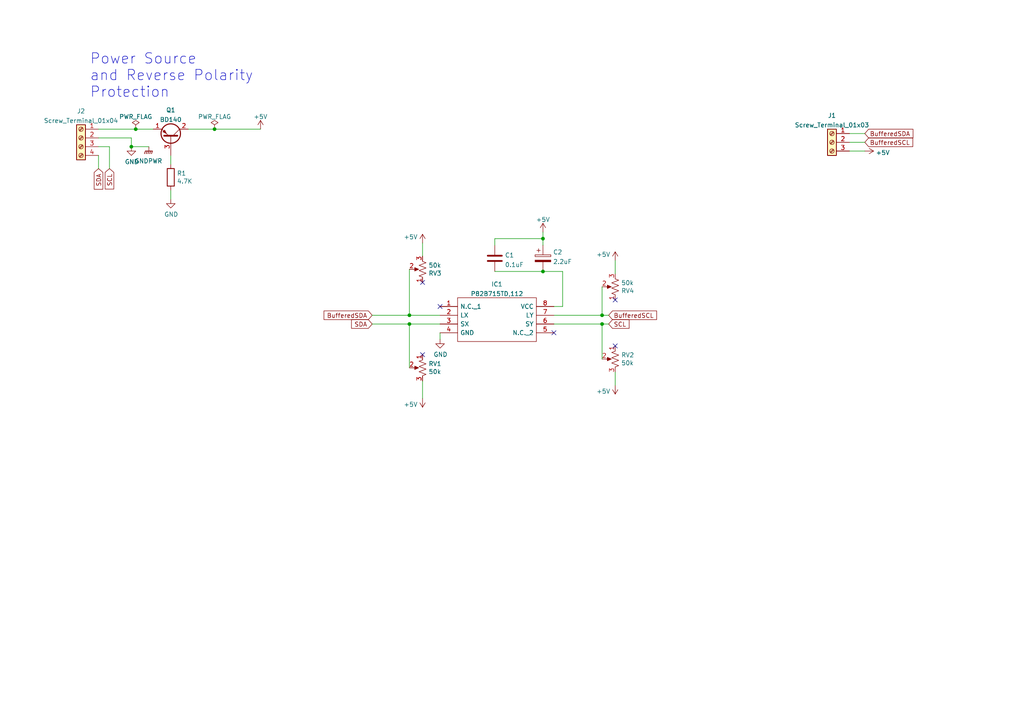
<source format=kicad_sch>
(kicad_sch (version 20211123) (generator eeschema)
  (paper "A4")
  (lib_symbols
    (symbol "Connector:Screw_Terminal_01x03" (pin_names (offset 1.016) hide)
      (property "Reference" "J" (at 0 5.08 0))
      (property "Value" "Screw_Terminal_01x03" (at 0 -5.08 0))
      (symbol "Screw_Terminal_01x03_1_1"
        (rectangle (start -1.27 3.81) (end 1.27 -3.81) (stroke (width 0.254)) (fill (type background)))
        (circle (center 0 -2.54) (radius 0.635) (stroke (width 0.1524)))
        (polyline (pts (xy -0.5334 -2.2098) (xy 0.3302 -3.048)) (stroke (width 0.1524)))
        (polyline (pts (xy -0.5334 0.3302) (xy 0.3302 -0.508)) (stroke (width 0.1524)))
        (polyline (pts (xy -0.5334 2.8702) (xy 0.3302 2.032)) (stroke (width 0.1524)))
        (polyline (pts (xy -0.3556 -2.032) (xy 0.508 -2.8702)) (stroke (width 0.1524)))
        (polyline (pts (xy -0.3556 0.508) (xy 0.508 -0.3302)) (stroke (width 0.1524)))
        (polyline (pts (xy -0.3556 3.048) (xy 0.508 2.2098)) (stroke (width 0.1524)))
        (circle (center 0 0) (radius 0.635) (stroke (width 0.1524)))
        (circle (center 0 2.54) (radius 0.635) (stroke (width 0.1524)))
        (pin passive line (at -5.08 2.54 0) (length 3.81) (name "Pin_1") (number "1"))
        (pin passive line (at -5.08 0 0) (length 3.81) (name "Pin_2") (number "2"))
        (pin passive line (at -5.08 -2.54 0) (length 3.81) (name "Pin_3") (number "3"))
      )
    )
    (symbol "Connector:Screw_Terminal_01x04" (pin_names (offset 1.016) hide)
      (property "Reference" "J" (at 0 5.08 0))
      (property "Value" "Screw_Terminal_01x04" (at 0 -7.62 0))
      (symbol "Screw_Terminal_01x04_1_1"
        (rectangle (start -1.27 3.81) (end 1.27 -6.35) (stroke (width 0.254)) (fill (type background)))
        (circle (center 0 -5.08) (radius 0.635) (stroke (width 0.1524)))
        (circle (center 0 -2.54) (radius 0.635) (stroke (width 0.1524)))
        (polyline (pts (xy -0.5334 -4.7498) (xy 0.3302 -5.588)) (stroke (width 0.1524)))
        (polyline (pts (xy -0.5334 -2.2098) (xy 0.3302 -3.048)) (stroke (width 0.1524)))
        (polyline (pts (xy -0.5334 0.3302) (xy 0.3302 -0.508)) (stroke (width 0.1524)))
        (polyline (pts (xy -0.5334 2.8702) (xy 0.3302 2.032)) (stroke (width 0.1524)))
        (polyline (pts (xy -0.3556 -4.572) (xy 0.508 -5.4102)) (stroke (width 0.1524)))
        (polyline (pts (xy -0.3556 -2.032) (xy 0.508 -2.8702)) (stroke (width 0.1524)))
        (polyline (pts (xy -0.3556 0.508) (xy 0.508 -0.3302)) (stroke (width 0.1524)))
        (polyline (pts (xy -0.3556 3.048) (xy 0.508 2.2098)) (stroke (width 0.1524)))
        (circle (center 0 0) (radius 0.635) (stroke (width 0.1524)))
        (circle (center 0 2.54) (radius 0.635) (stroke (width 0.1524)))
        (pin passive line (at -5.08 2.54 0) (length 3.81) (name "Pin_1") (number "1"))
        (pin passive line (at -5.08 0 0) (length 3.81) (name "Pin_2") (number "2"))
        (pin passive line (at -5.08 -2.54 0) (length 3.81) (name "Pin_3") (number "3"))
        (pin passive line (at -5.08 -5.08 0) (length 3.81) (name "Pin_4") (number "4"))
      )
    )
    (symbol "Device:C" (pin_numbers hide) (pin_names (offset 0.254))
      (property "Reference" "C" (at 0.635 2.54 0))
      (property "Value" "C" (at 0.635 -2.54 0))
      (symbol "C_0_1"
        (polyline (pts (xy -2.032 -0.762) (xy 2.032 -0.762)) (stroke (width 0.508)))
        (polyline (pts (xy -2.032 0.762) (xy 2.032 0.762)) (stroke (width 0.508)))
      )
      (symbol "C_1_1"
        (pin passive line (at 0 3.81 270) (length 2.794) (name "~") (number "1"))
        (pin passive line (at 0 -3.81 90) (length 2.794) (name "~") (number "2"))
      )
    )
    (symbol "Device:C_Polarized" (pin_numbers hide) (pin_names (offset 0.254))
      (property "Reference" "C" (at 0.635 2.54 0))
      (property "Value" "C_Polarized" (at 0.635 -2.54 0))
      (symbol "C_Polarized_0_1"
        (rectangle (start -2.286 0.508) (end 2.286 1.016))
        (polyline (pts (xy -1.778 2.286) (xy -0.762 2.286)))
        (polyline (pts (xy -1.27 2.794) (xy -1.27 1.778)))
        (rectangle (start 2.286 -0.508) (end -2.286 -1.016) (fill (type outline)))
      )
      (symbol "C_Polarized_1_1"
        (pin passive line (at 0 3.81 270) (length 2.794) (name "~") (number "1"))
        (pin passive line (at 0 -3.81 90) (length 2.794) (name "~") (number "2"))
      )
    )
    (symbol "Device:R" (pin_numbers hide) (pin_names (offset 0))
      (property "Reference" "R" (at 2.032 0 90))
      (property "Value" "R" (at 0 0 90))
      (symbol "R_0_1"
        (rectangle (start -1.016 -2.54) (end 1.016 2.54) (stroke (width 0.254)))
      )
      (symbol "R_1_1"
        (pin passive line (at 0 3.81 270) (length 1.27) (name "~") (number "1"))
        (pin passive line (at 0 -3.81 90) (length 1.27) (name "~") (number "2"))
      )
    )
    (symbol "Device:R_POT_US" (pin_names (offset 1.016) hide)
      (property "Reference" "RV" (at -4.445 0 90))
      (property "Value" "Device_R_POT_US" (at -2.54 0 90))
      (symbol "R_POT_US_0_1"
        (polyline (pts (xy 0 -2.286) (xy 0 -2.54)))
        (polyline (pts (xy 0 2.54) (xy 0 2.286)))
        (polyline (pts (xy 2.54 0) (xy 1.524 0)))
        (polyline (pts (xy 1.143 0) (xy 2.286 0.508) (xy 2.286 -0.508) (xy 1.143 0)) (fill (type outline)))
        (polyline (pts (xy 0 -0.762) (xy 1.016 -1.143) (xy 0 -1.524) (xy -1.016 -1.905) (xy 0 -2.286)))
        (polyline (pts (xy 0 0.762) (xy 1.016 0.381) (xy 0 0) (xy -1.016 -0.381) (xy 0 -0.762)))
        (polyline (pts (xy 0 2.286) (xy 1.016 1.905) (xy 0 1.524) (xy -1.016 1.143) (xy 0 0.762)))
      )
      (symbol "R_POT_US_1_1"
        (pin passive line (at 0 3.81 270) (length 1.27) (name "1") (number "1"))
        (pin passive line (at 3.81 0 180) (length 1.27) (name "2") (number "2"))
        (pin passive line (at 0 -3.81 90) (length 1.27) (name "3") (number "3"))
      )
    )
    (symbol "Samac_Sys:P82B715TD,112" (pin_names (offset 0.762))
      (property "Reference" "IC" (at 29.21 7.62 0))
      (property "Value" "P82B715TD,112" (at 29.21 5.08 0))
      (symbol "P82B715TD,112_0_0"
        (pin passive line (at 0 0 0) (length 5.08) (name "N.C._1") (number "1"))
        (pin passive line (at 0 -2.54 0) (length 5.08) (name "LX") (number "2"))
        (pin passive line (at 0 -5.08 0) (length 5.08) (name "SX") (number "3"))
        (pin passive line (at 0 -7.62 0) (length 5.08) (name "GND") (number "4"))
        (pin passive line (at 33.02 -7.62 180) (length 5.08) (name "N.C._2") (number "5"))
        (pin passive line (at 33.02 -5.08 180) (length 5.08) (name "SY") (number "6"))
        (pin passive line (at 33.02 -2.54 180) (length 5.08) (name "LY") (number "7"))
        (pin passive line (at 33.02 0 180) (length 5.08) (name "VCC") (number "8"))
      )
      (symbol "P82B715TD,112_0_1"
        (polyline (pts (xy 5.08 2.54) (xy 27.94 2.54) (xy 27.94 -10.16) (xy 5.08 -10.16) (xy 5.08 2.54)) (stroke (width 0.1524)))
      )
    )
    (symbol "Transistor_BJT:BD140" (pin_names (offset 0) hide)
      (property "Reference" "Q" (at 5.08 1.905 0))
      (property "Value" "BD140" (at 5.08 0 0))
      (symbol "BD140_0_1"
        (polyline (pts (xy 0 0) (xy 0.635 0)))
        (polyline (pts (xy 2.54 -2.54) (xy 0.635 -0.635)))
        (polyline (pts (xy 2.54 2.54) (xy 0.635 0.635)))
        (polyline (pts (xy 0.635 1.905) (xy 0.635 -1.905) (xy 0.635 -1.905)) (stroke (width 0.508)) (fill (type outline)))
        (polyline (pts (xy 1.778 -2.286) (xy 2.286 -1.778) (xy 1.27 -1.27) (xy 1.778 -2.286) (xy 1.778 -2.286)) (fill (type outline)))
        (circle (center 1.27 0) (radius 2.8194) (stroke (width 0.3048)))
      )
      (symbol "BD140_1_1"
        (pin passive line (at 2.54 -5.08 90) (length 2.54) (name "E") (number "1"))
        (pin passive line (at 2.54 5.08 270) (length 2.54) (name "C") (number "2"))
        (pin input line (at -5.08 0 0) (length 5.08) (name "B") (number "3"))
      )
    )
    (symbol "power:+5V" (power) (pin_names (offset 0))
      (property "Value" "+5V" (at 0 3.556 0))
      (symbol "+5V_0_1"
        (polyline (pts (xy -0.762 1.27) (xy 0 2.54)))
        (polyline (pts (xy 0 0) (xy 0 2.54)))
        (polyline (pts (xy 0 2.54) (xy 0.762 1.27)))
      )
      (symbol "+5V_1_1"
        (pin power_in line (at 0 0 90) (length 0) hide (name "+5V") (number "1"))
      )
    )
    (symbol "power:GND" (power) (pin_names (offset 0))
      (property "Value" "GND" (at 0 -3.81 0))
      (symbol "GND_0_1"
        (polyline (pts (xy 0 0) (xy 0 -1.27) (xy 1.27 -1.27) (xy 0 -2.54) (xy -1.27 -1.27) (xy 0 -1.27)))
      )
      (symbol "GND_1_1"
        (pin power_in line (at 0 0 270) (length 0) hide (name "GND") (number "1"))
      )
    )
    (symbol "power:GNDPWR" (power) (pin_names (offset 0))
      (property "Value" "GNDPWR" (at 0 -3.302 0))
      (symbol "GNDPWR_0_1"
        (polyline (pts (xy 0 -1.27) (xy 0 0)))
        (polyline (pts (xy -1.016 -1.27) (xy -1.27 -2.032) (xy -1.27 -2.032)) (stroke (width 0.2032)))
        (polyline (pts (xy -0.508 -1.27) (xy -0.762 -2.032) (xy -0.762 -2.032)) (stroke (width 0.2032)))
        (polyline (pts (xy 0 -1.27) (xy -0.254 -2.032) (xy -0.254 -2.032)) (stroke (width 0.2032)))
        (polyline (pts (xy 0.508 -1.27) (xy 0.254 -2.032) (xy 0.254 -2.032)) (stroke (width 0.2032)))
        (polyline (pts (xy 1.016 -1.27) (xy -1.016 -1.27) (xy -1.016 -1.27)) (stroke (width 0.2032)))
        (polyline (pts (xy 1.016 -1.27) (xy 0.762 -2.032) (xy 0.762 -2.032) (xy 0.762 -2.032)) (stroke (width 0.2032)))
      )
      (symbol "GNDPWR_1_1"
        (pin power_in line (at 0 0 270) (length 0) hide (name "GNDPWR") (number "1"))
      )
    )
    (symbol "power:PWR_FLAG" (power) (pin_numbers hide) (pin_names (offset 0) hide)
      (property "Value" "PWR_FLAG" (at 0 3.81 0))
      (symbol "PWR_FLAG_0_0"
        (pin power_out line (at 0 0 90) (length 0) (name "pwr") (number "1"))
      )
      (symbol "PWR_FLAG_0_1"
        (polyline (pts (xy 0 0) (xy 0 1.27) (xy -1.016 1.905) (xy 0 2.54) (xy 1.016 1.905) (xy 0 1.27)))
      )
    )
  )
  (junction (at 38.1 42.545))
  (junction (at 39.37 37.465))
  (junction (at 62.23 37.465))
  (junction (at 174.625 91.44))
  (junction (at 118.745 93.98))
  (junction (at 157.48 78.74))
  (junction (at 174.625 93.98))
  (junction (at 157.48 69.215))
  (junction (at 118.745 91.44))
  (no_connect (at 160.655 96.52))
  (no_connect (at 127.635 88.9))
  (no_connect (at 178.435 86.995))
  (no_connect (at 178.435 100.33))
  (no_connect (at 122.555 81.915))
  (no_connect (at 122.555 102.87))
  (wire (pts (xy 28.575 45.085) (xy 28.575 48.895)))
  (wire (pts (xy 143.51 69.215) (xy 157.48 69.215)))
  (wire (pts (xy 157.48 78.74) (xy 163.195 78.74)))
  (wire (pts (xy 127.635 96.52) (xy 127.635 98.425)))
  (wire (pts (xy 157.48 69.215) (xy 157.48 67.31)))
  (wire (pts (xy 31.75 42.545) (xy 28.575 42.545)))
  (wire (pts (xy 118.745 91.44) (xy 127.635 91.44)))
  (wire (pts (xy 174.625 93.98) (xy 176.53 93.98)))
  (wire (pts (xy 122.555 110.49) (xy 122.555 115.57)))
  (wire (pts (xy 246.38 43.815) (xy 250.825 43.815)))
  (wire (pts (xy 160.655 93.98) (xy 174.625 93.98)))
  (wire (pts (xy 178.435 79.375) (xy 178.435 75.565)))
  (wire (pts (xy 160.655 91.44) (xy 174.625 91.44)))
  (wire (pts (xy 49.53 47.625) (xy 49.53 45.085)))
  (wire (pts (xy 246.38 38.735) (xy 250.825 38.735)))
  (wire (pts (xy 107.95 91.44) (xy 118.745 91.44)))
  (wire (pts (xy 163.195 88.9) (xy 163.195 78.74)))
  (wire (pts (xy 54.61 37.465) (xy 62.23 37.465)))
  (wire (pts (xy 174.625 91.44) (xy 176.53 91.44)))
  (wire (pts (xy 246.38 41.275) (xy 250.825 41.275)))
  (wire (pts (xy 178.435 107.95) (xy 178.435 111.76)))
  (wire (pts (xy 174.625 83.185) (xy 174.625 91.44)))
  (wire (pts (xy 28.575 37.465) (xy 39.37 37.465)))
  (wire (pts (xy 143.51 69.215) (xy 143.51 71.12)))
  (wire (pts (xy 157.48 69.215) (xy 157.48 71.12)))
  (wire (pts (xy 143.51 78.74) (xy 157.48 78.74)))
  (wire (pts (xy 118.745 78.105) (xy 118.745 91.44)))
  (wire (pts (xy 31.75 48.895) (xy 31.75 42.545)))
  (wire (pts (xy 49.53 57.785) (xy 49.53 55.245)))
  (wire (pts (xy 122.555 74.295) (xy 122.555 70.485)))
  (wire (pts (xy 38.1 42.545) (xy 38.1 40.005)))
  (wire (pts (xy 107.95 93.98) (xy 118.745 93.98)))
  (wire (pts (xy 118.745 93.98) (xy 127.635 93.98)))
  (wire (pts (xy 160.655 88.9) (xy 163.195 88.9)))
  (wire (pts (xy 174.625 93.98) (xy 174.625 104.14)))
  (wire (pts (xy 62.23 37.465) (xy 75.565 37.465)))
  (wire (pts (xy 39.37 37.465) (xy 44.45 37.465)))
  (wire (pts (xy 38.1 42.545) (xy 43.18 42.545)))
  (wire (pts (xy 118.745 93.98) (xy 118.745 106.68)))
  (wire (pts (xy 28.575 40.005) (xy 38.1 40.005)))
  (text "Power Source \nand Reverse Polarity \nProtection" (at 26.035 28.575 0) (effects (font (size 3 3)) (justify left bottom)))
  (global_label "BufferedSDA" (shape input) (at 250.825 38.735 0) (property "Intersheet References" "${INTERSHEET_REFS}" (effects hide)))
  (global_label "SCL" (shape input) (at 31.75 48.895 270) (property "Intersheet References" "${INTERSHEET_REFS}" (effects hide)))
  (global_label "SDA" (shape input) (at 107.95 93.98 180) (property "Intersheet References" "${INTERSHEET_REFS}" (effects hide)))
  (global_label "BufferedSDA" (shape input) (at 107.95 91.44 180) (property "Intersheet References" "${INTERSHEET_REFS}" (effects hide)))
  (global_label "SCL" (shape input) (at 176.53 93.98 0) (property "Intersheet References" "${INTERSHEET_REFS}" (effects hide)))
  (global_label "BufferedSCL" (shape input) (at 250.825 41.275 0) (property "Intersheet References" "${INTERSHEET_REFS}" (effects hide)))
  (global_label "BufferedSCL" (shape input) (at 176.53 91.44 0) (property "Intersheet References" "${INTERSHEET_REFS}" (effects hide)))
  (global_label "SDA" (shape input) (at 28.575 48.895 270) (property "Intersheet References" "${INTERSHEET_REFS}" (effects hide)))
  (symbol (lib_id "Device:C") (at 143.51 74.93 0) (unit 1)
    (property "Reference" "C1" (at 146.431 74.0215 0) (effects (justify left)))
    (property "Value" "0.1uF" (at 146.431 76.7966 0) (effects (justify left)))
    (property "Footprint" "Capacitor_THT:C_Rect_L9.0mm_W3.6mm_P7.50mm_MKT" (effects hide))
  )
  (symbol (lib_id "Device:R") (at 49.53 51.435 0) (unit 1)
    (property "Reference" "R1" (at 51.308 50.2666 0) (effects (justify left)))
    (property "Value" "4.7K" (at 51.308 52.578 0) (effects (justify left)))
    (property "Footprint" "Resistor_THT:R_Axial_DIN0207_L6.3mm_D2.5mm_P2.54mm_Vertical" (effects hide))
  )
  (symbol (lib_id "Device:C_Polarized") (at 157.48 74.93 0) (unit 1)
    (property "Reference" "C2" (at 160.401 73.1325 0) (effects (justify left)))
    (property "Value" "2.2uF" (at 160.401 75.9076 0) (effects (justify left)))
    (property "Footprint" "Capacitor_THT:CP_Radial_D5.0mm_P2.50mm" (effects hide))
  )
  (symbol (lib_id "power:+5V") (at 250.825 43.815 270) (unit 1)
    (property "Reference" "#PWR07" (effects hide))
    (property "Value" "+5V" (at 254 44.294 90) (effects (justify left)))
  )
  (symbol (lib_id "Device:R_POT_US") (at 178.435 83.185 180) (unit 1)
    (property "Reference" "RV4" (at 180.1622 84.3534 0) (effects (justify right)))
    (property "Value" "50k" (at 180.1622 82.042 0) (effects (justify right)))
    (property "Footprint" "Potentiometer_THT:Potentiometer_Bourns_3296W_Vertical" (effects hide))
  )
  (symbol (lib_id "power:+5V") (at 178.435 75.565 0) (unit 1)
    (property "Reference" "#PWR011" (effects hide))
    (property "Value" "+5V" (at 177.0381 73.816 0) (effects (justify right)))
  )
  (symbol (lib_id "Device:R_POT_US") (at 122.555 106.68 0) (mirror y) (unit 1)
    (property "Reference" "RV1" (at 124.2822 105.5116 0) (effects (justify right)))
    (property "Value" "50k" (at 124.2822 107.823 0) (effects (justify right)))
    (property "Footprint" "Potentiometer_THT:Potentiometer_Bourns_3296W_Vertical" (effects hide))
  )
  (symbol (lib_id "power:+5V") (at 122.555 70.485 0) (unit 1)
    (property "Reference" "#PWR09" (effects hide))
    (property "Value" "+5V" (at 121.1581 68.736 0) (effects (justify right)))
  )
  (symbol (lib_id "power:GND") (at 49.53 57.785 0) (unit 1)
    (property "Reference" "#PWR03" (effects hide))
    (property "Value" "GND" (at 49.657 62.1792 0))
  )
  (symbol (lib_id "Samac_Sys:P82B715TD,112") (at 127.635 88.9 0) (unit 1)
    (property "Reference" "IC1" (at 144.145 82.4443 0))
    (property "Value" "P82B715TD,112" (at 144.145 85.2194 0))
    (property "Footprint" "SamacSys_Parts:SOIC127P600X175-8N" (effects hide))
    (property "Datasheet" "http://www.nxp.com/docs/en/data-sheet/P82B715.pdf" (effects hide))
    (property "Description" "I2C-bus extender" (effects hide))
    (property "Height" "1.75" (effects hide))
    (property "Mouser Part Number" "771-P82B715TD" (effects hide))
    (property "Mouser Price/Stock" "https://www.mouser.co.uk/ProductDetail/NXP-Semiconductors/P82B715TD112?qs=LOCUfHb8d9soAioz5vIYKw%3D%3D" (effects hide))
    (property "Manufacturer_Name" "NXP" (effects hide))
    (property "Manufacturer_Part_Number" "P82B715TD,112" (effects hide))
  )
  (symbol (lib_id "power:+5V") (at 178.435 111.76 0) (mirror x) (unit 1)
    (property "Reference" "#PWR010" (effects hide))
    (property "Value" "+5V" (at 177.0381 113.509 0) (effects (justify right)))
  )
  (symbol (lib_id "Device:R_POT_US") (at 178.435 104.14 0) (mirror y) (unit 1)
    (property "Reference" "RV2" (at 180.1622 102.9716 0) (effects (justify right)))
    (property "Value" "50k" (at 180.1622 105.283 0) (effects (justify right)))
    (property "Footprint" "Potentiometer_THT:Potentiometer_Bourns_3296W_Vertical" (effects hide))
  )
  (symbol (lib_id "power:GNDPWR") (at 43.18 42.545 0) (unit 1)
    (property "Reference" "#PWR02" (effects hide))
    (property "Value" "GNDPWR" (at 43.053 46.7011 0))
  )
  (symbol (lib_id "power:+5V") (at 122.555 115.57 0) (mirror x) (unit 1)
    (property "Reference" "#PWR08" (effects hide))
    (property "Value" "+5V" (at 121.1581 117.319 0) (effects (justify right)))
  )
  (symbol (lib_id "Transistor_BJT:BD140") (at 49.53 40.005 270) (mirror x) (unit 1)
    (property "Reference" "Q1" (at 49.53 31.9237 90))
    (property "Value" "BD140" (at 49.53 34.6988 90))
    (property "Footprint" "Package_TO_SOT_THT:TO-126-3_Vertical" (effects hide))
    (property "Datasheet" "http://www.st.com/internet/com/TECHNICAL_RESOURCES/TECHNICAL_LITERATURE/DATASHEET/CD00001225.pdf" (effects hide))
  )
  (symbol (lib_id "Device:R_POT_US") (at 122.555 78.105 180) (unit 1)
    (property "Reference" "RV3" (at 124.2822 79.2734 0) (effects (justify right)))
    (property "Value" "50k" (at 124.2822 76.962 0) (effects (justify right)))
    (property "Footprint" "Potentiometer_THT:Potentiometer_Bourns_3296W_Vertical" (effects hide))
  )
  (symbol (lib_id "power:PWR_FLAG") (at 39.37 37.465 0) (unit 1)
    (property "Reference" "#FLG01" (effects hide))
    (property "Value" "PWR_FLAG" (at 39.37 33.8605 0))
  )
  (symbol (lib_id "power:GND") (at 127.635 98.425 0) (unit 1)
    (property "Reference" "#PWR05" (effects hide))
    (property "Value" "GND" (at 127.762 102.8192 0))
  )
  (symbol (lib_id "power:+5V") (at 75.565 37.465 0) (unit 1)
    (property "Reference" "#PWR04" (effects hide))
    (property "Value" "+5V" (at 75.565 33.8605 0))
  )
  (symbol (lib_id "Connector:Screw_Terminal_01x03") (at 241.3 41.275 0) (mirror y) (unit 1)
    (property "Reference" "J1" (at 241.3 33.4985 0))
    (property "Value" "Screw_Terminal_01x03" (at 241.3 36.2736 0))
    (property "Footprint" "TerminalBlock_Phoenix:TerminalBlock_Phoenix_MKDS-1,5-3-5.08_1x03_P5.08mm_Horizontal" (effects hide))
  )
  (symbol (lib_id "power:PWR_FLAG") (at 62.23 37.465 0) (unit 1)
    (property "Reference" "#FLG02" (effects hide))
    (property "Value" "PWR_FLAG" (at 62.23 33.8605 0))
  )
  (symbol (lib_id "power:+5V") (at 157.48 67.31 0) (unit 1)
    (property "Reference" "#PWR06" (effects hide))
    (property "Value" "+5V" (at 157.48 63.7055 0))
  )
  (symbol (lib_id "power:GND") (at 38.1 42.545 0) (unit 1)
    (property "Reference" "#PWR01" (effects hide))
    (property "Value" "GND" (at 38.227 46.9392 0))
  )
  (symbol (lib_id "Connector:Screw_Terminal_01x04") (at 23.495 40.005 0) (mirror y) (unit 1)
    (property "Reference" "J2" (at 23.495 32.2285 0))
    (property "Value" "Screw_Terminal_01x04" (at 23.495 35.0036 0))
    (property "Footprint" "TerminalBlock_Phoenix:TerminalBlock_Phoenix_MKDS-1,5-4-5.08_1x04_P5.08mm_Horizontal" (effects hide))
  )
)
</source>
